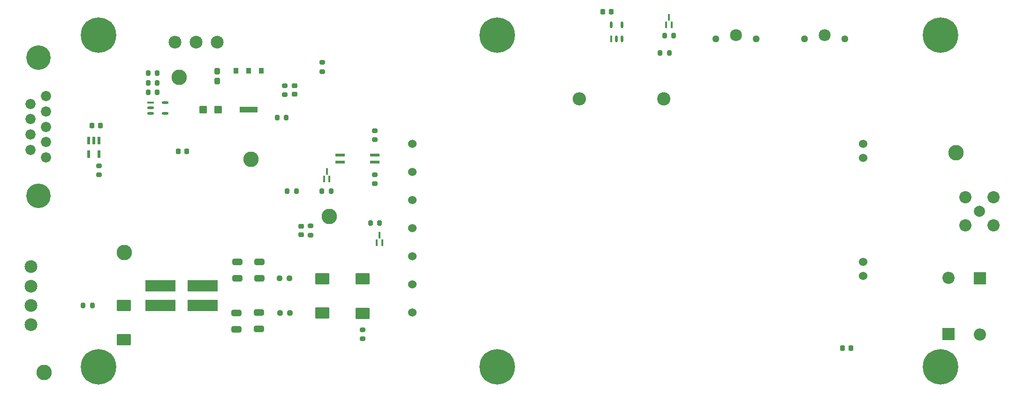
<source format=gbr>
%TF.GenerationSoftware,KiCad,Pcbnew,8.0.6*%
%TF.CreationDate,2025-03-03T14:32:59-05:00*%
%TF.ProjectId,SiPM_Bias_Board,5369504d-5f42-4696-9173-5f426f617264,rev?*%
%TF.SameCoordinates,Original*%
%TF.FileFunction,Soldermask,Top*%
%TF.FilePolarity,Negative*%
%FSLAX46Y46*%
G04 Gerber Fmt 4.6, Leading zero omitted, Abs format (unit mm)*
G04 Created by KiCad (PCBNEW 8.0.6) date 2025-03-03 14:32:59*
%MOMM*%
%LPD*%
G01*
G04 APERTURE LIST*
G04 Aperture macros list*
%AMRoundRect*
0 Rectangle with rounded corners*
0 $1 Rounding radius*
0 $2 $3 $4 $5 $6 $7 $8 $9 X,Y pos of 4 corners*
0 Add a 4 corners polygon primitive as box body*
4,1,4,$2,$3,$4,$5,$6,$7,$8,$9,$2,$3,0*
0 Add four circle primitives for the rounded corners*
1,1,$1+$1,$2,$3*
1,1,$1+$1,$4,$5*
1,1,$1+$1,$6,$7*
1,1,$1+$1,$8,$9*
0 Add four rect primitives between the rounded corners*
20,1,$1+$1,$2,$3,$4,$5,0*
20,1,$1+$1,$4,$5,$6,$7,0*
20,1,$1+$1,$6,$7,$8,$9,0*
20,1,$1+$1,$8,$9,$2,$3,0*%
G04 Aperture macros list end*
%ADD10RoundRect,0.200000X0.200000X0.275000X-0.200000X0.275000X-0.200000X-0.275000X0.200000X-0.275000X0*%
%ADD11RoundRect,0.225000X0.250000X-0.225000X0.250000X0.225000X-0.250000X0.225000X-0.250000X-0.225000X0*%
%ADD12C,6.400000*%
%ADD13RoundRect,0.225000X0.225000X0.250000X-0.225000X0.250000X-0.225000X-0.250000X0.225000X-0.250000X0*%
%ADD14RoundRect,0.225000X-0.225000X-0.250000X0.225000X-0.250000X0.225000X0.250000X-0.225000X0.250000X0*%
%ADD15RoundRect,0.200000X-0.275000X0.200000X-0.275000X-0.200000X0.275000X-0.200000X0.275000X0.200000X0*%
%ADD16RoundRect,0.200000X-0.200000X-0.275000X0.200000X-0.275000X0.200000X0.275000X-0.200000X0.275000X0*%
%ADD17RoundRect,0.250000X-1.025000X0.787500X-1.025000X-0.787500X1.025000X-0.787500X1.025000X0.787500X0*%
%ADD18R,2.200000X2.200000*%
%ADD19O,2.200000X2.200000*%
%ADD20RoundRect,0.200000X0.275000X-0.200000X0.275000X0.200000X-0.275000X0.200000X-0.275000X-0.200000X0*%
%ADD21C,2.800000*%
%ADD22C,2.006600*%
%ADD23C,2.209800*%
%ADD24RoundRect,0.250000X-0.650000X0.325000X-0.650000X-0.325000X0.650000X-0.325000X0.650000X0.325000X0*%
%ADD25RoundRect,0.250000X-0.275000X0.312500X-0.275000X-0.312500X0.275000X-0.312500X0.275000X0.312500X0*%
%ADD26R,0.889000X1.016000*%
%ADD27R,3.200000X1.000000*%
%ADD28C,1.295400*%
%ADD29C,2.159000*%
%ADD30C,1.524000*%
%ADD31RoundRect,0.250000X0.450000X0.425000X-0.450000X0.425000X-0.450000X-0.425000X0.450000X-0.425000X0*%
%ADD32RoundRect,0.020000X2.680000X-0.980000X2.680000X0.980000X-2.680000X0.980000X-2.680000X-0.980000X0*%
%ADD33R,5.400000X2.000000*%
%ADD34C,2.304000*%
%ADD35R,0.350800X1.161200*%
%ADD36RoundRect,0.250000X0.650000X-0.325000X0.650000X0.325000X-0.650000X0.325000X-0.650000X-0.325000X0*%
%ADD37RoundRect,0.237500X-0.250000X-0.237500X0.250000X-0.237500X0.250000X0.237500X-0.250000X0.237500X0*%
%ADD38C,1.839000*%
%ADD39C,4.420000*%
%ADD40R,0.457200X1.219200*%
%ADD41O,0.457200X1.219200*%
%ADD42R,1.219200X0.457200*%
%ADD43O,1.219200X0.457200*%
%ADD44C,2.400000*%
%ADD45O,2.400000X2.400000*%
%ADD46RoundRect,0.225000X-0.250000X0.225000X-0.250000X-0.225000X0.250000X-0.225000X0.250000X0.225000X0*%
%ADD47R,1.651000X0.558800*%
%ADD48R,0.558800X1.473200*%
G04 APERTURE END LIST*
D10*
%TO.C,R25*%
X179355000Y-70860000D03*
X177705000Y-70860000D03*
%TD*%
D11*
%TO.C,C18*%
X112950000Y-103725000D03*
X112950000Y-102175000D03*
%TD*%
D12*
%TO.C,H4*%
X228320000Y-127580000D03*
%TD*%
D13*
%TO.C,C10*%
X212135000Y-124195000D03*
X210585000Y-124195000D03*
%TD*%
D14*
%TO.C,C11*%
X90745000Y-88630000D03*
X92295000Y-88630000D03*
%TD*%
D15*
%TO.C,R6*%
X123990000Y-120845000D03*
X123990000Y-122495000D03*
%TD*%
D16*
%TO.C,R1*%
X110408200Y-95823200D03*
X112058200Y-95823200D03*
%TD*%
D17*
%TO.C,C1*%
X80940000Y-116437500D03*
X80940000Y-122662500D03*
%TD*%
D18*
%TO.C,D1*%
X229775000Y-121655000D03*
D19*
X229775000Y-111495000D03*
%TD*%
D20*
%TO.C,R7*%
X126230000Y-94485000D03*
X126230000Y-92835000D03*
%TD*%
D21*
%TO.C,GND*%
X103820000Y-90060000D03*
%TD*%
D13*
%TO.C,C16*%
X168900000Y-63420000D03*
X167350000Y-63420000D03*
%TD*%
D21*
%TO.C,V_{SET}*%
X90910000Y-75270000D03*
%TD*%
D17*
%TO.C,C3*%
X123980000Y-111675000D03*
X123980000Y-117900000D03*
%TD*%
D12*
%TO.C,H3*%
X148320000Y-127580000D03*
%TD*%
D22*
%TO.C,P_Out*%
X235363000Y-99430000D03*
D23*
X237903000Y-96890000D03*
X232823000Y-96890000D03*
X232823000Y-101970000D03*
X237903000Y-101970000D03*
%TD*%
D15*
%TO.C,R3*%
X116745000Y-72570000D03*
X116745000Y-74220000D03*
%TD*%
D24*
%TO.C,CY2*%
X105270000Y-117775000D03*
X105270000Y-120725000D03*
%TD*%
D12*
%TO.C,H2*%
X76320000Y-127580000D03*
%TD*%
D21*
%TO.C,V_{OUT_RTN}1*%
X231140000Y-88900000D03*
%TD*%
D25*
%TO.C,C14*%
X97720400Y-74129350D03*
X97720400Y-75904350D03*
%TD*%
D16*
%TO.C,R5*%
X125435000Y-101570000D03*
X127085000Y-101570000D03*
%TD*%
D26*
%TO.C,U4*%
X105746800Y-74064350D03*
X103435400Y-74064350D03*
X101124000Y-74064350D03*
D27*
X103435400Y-81056850D03*
%TD*%
D28*
%TO.C,P2*%
X187740000Y-68340000D03*
X195060000Y-68340000D03*
D29*
X191410000Y-67580000D03*
%TD*%
D30*
%TO.C,U1*%
X133020000Y-117780000D03*
X133020000Y-112700000D03*
X133020000Y-107620000D03*
X133020000Y-102540000D03*
X133020000Y-97460000D03*
X133020000Y-92380000D03*
X133020000Y-87300000D03*
X214320000Y-87300000D03*
X214320000Y-89800000D03*
X214320000Y-108600000D03*
X214320000Y-111100000D03*
%TD*%
D16*
%TO.C,R15*%
X85285000Y-76220000D03*
X86935000Y-76220000D03*
%TD*%
D31*
%TO.C,C12*%
X97890000Y-81060000D03*
X95190000Y-81060000D03*
%TD*%
D32*
%TO.C,L1*%
X87540000Y-112940000D03*
X87540000Y-116440000D03*
X95160000Y-116440000D03*
D33*
X95160000Y-112940000D03*
%TD*%
D34*
%TO.C,J2*%
X64110000Y-109480000D03*
X64110000Y-112980000D03*
X64110000Y-116480000D03*
X64110000Y-119980000D03*
%TD*%
D10*
%TO.C,R14*%
X86925000Y-77980000D03*
X85275000Y-77980000D03*
%TD*%
D20*
%TO.C,R11*%
X114610000Y-103750000D03*
X114610000Y-102100000D03*
%TD*%
D21*
%TO.C,V_{EN}*%
X117980000Y-100350000D03*
%TD*%
D12*
%TO.C,H6*%
X228320000Y-67580000D03*
%TD*%
D21*
%TO.C,GND*%
X80970000Y-106880000D03*
%TD*%
D16*
%TO.C,R2*%
X116656600Y-95823200D03*
X118306600Y-95823200D03*
%TD*%
D35*
%TO.C,M2*%
X126580000Y-105110000D03*
X127579998Y-105110000D03*
X127079999Y-103760000D03*
%TD*%
%TO.C,M3*%
X178815001Y-65750000D03*
X179814999Y-65750000D03*
X179315000Y-64400000D03*
%TD*%
D36*
%TO.C,CY3*%
X101370000Y-111590000D03*
X101370000Y-108640000D03*
%TD*%
D15*
%TO.C,R16*%
X109975400Y-76731850D03*
X109975400Y-78381850D03*
%TD*%
D12*
%TO.C,H1*%
X76320000Y-67580000D03*
%TD*%
D36*
%TO.C,CY1*%
X105350000Y-111585000D03*
X105350000Y-108635000D03*
%TD*%
D17*
%TO.C,C2*%
X116700000Y-111637500D03*
X116700000Y-117862500D03*
%TD*%
D37*
%TO.C,L2*%
X108995000Y-111590000D03*
X110820000Y-111590000D03*
%TD*%
D38*
%TO.C,J3*%
X66880000Y-89730000D03*
X66880000Y-86960000D03*
X66880000Y-84190000D03*
X66880000Y-81420000D03*
X66880000Y-78650000D03*
X64040000Y-88345000D03*
X64040000Y-85575000D03*
X64040000Y-82805000D03*
X64040000Y-80035000D03*
D39*
X65460000Y-71690000D03*
X65460000Y-96690000D03*
%TD*%
D40*
%TO.C,U5*%
X168894999Y-68340000D03*
D41*
X169845000Y-68340000D03*
X170795001Y-68340000D03*
X170795001Y-65720000D03*
X168894999Y-65720000D03*
%TD*%
D35*
%TO.C,M1*%
X117032401Y-93617200D03*
X118032399Y-93617200D03*
X117532400Y-92267200D03*
%TD*%
D42*
%TO.C,U7*%
X85720000Y-79819999D03*
D43*
X85720000Y-80770000D03*
X85720000Y-81720001D03*
X88340000Y-81720001D03*
X88340000Y-79819999D03*
%TD*%
D10*
%TO.C,R26*%
X110235000Y-82490000D03*
X108585000Y-82490000D03*
%TD*%
D28*
%TO.C,P1*%
X203740000Y-68340000D03*
X211060000Y-68340000D03*
D29*
X207410000Y-67580000D03*
%TD*%
D13*
%TO.C,C15*%
X76675000Y-83960000D03*
X75125000Y-83960000D03*
%TD*%
D15*
%TO.C,R17*%
X76435200Y-91235000D03*
X76435200Y-92885000D03*
%TD*%
D12*
%TO.C,H5*%
X148320000Y-67580000D03*
%TD*%
D24*
%TO.C,CY4*%
X101210000Y-117805000D03*
X101210000Y-120755000D03*
%TD*%
D10*
%TO.C,R24*%
X180170000Y-67740000D03*
X178520000Y-67740000D03*
%TD*%
D44*
%TO.C,R20*%
X178340000Y-79110000D03*
D45*
X163100000Y-79110000D03*
%TD*%
D37*
%TO.C,L3*%
X109075000Y-117850000D03*
X110900000Y-117850000D03*
%TD*%
D34*
%TO.C,J1*%
X97720400Y-68895600D03*
X93910400Y-68895600D03*
X90100400Y-68895600D03*
%TD*%
D46*
%TO.C,C13*%
X111690400Y-76781850D03*
X111690400Y-78331850D03*
%TD*%
D47*
%TO.C,Q1*%
X119970800Y-89270000D03*
X119970800Y-90540000D03*
X126219200Y-90540000D03*
X126219200Y-89270000D03*
%TD*%
D16*
%TO.C,R10*%
X85275000Y-74510000D03*
X86925000Y-74510000D03*
%TD*%
D48*
%TO.C,U3*%
X76420001Y-86704600D03*
X75470000Y-86704600D03*
X74519999Y-86704600D03*
X74519999Y-89092200D03*
X76420001Y-89092200D03*
%TD*%
D16*
%TO.C,F1*%
X73575000Y-116470000D03*
X75225000Y-116470000D03*
%TD*%
D21*
%TO.C,Chassis*%
X66520000Y-128550000D03*
%TD*%
D15*
%TO.C,R4*%
X126238000Y-84874600D03*
X126238000Y-86524600D03*
%TD*%
D18*
%TO.C,D2*%
X235430000Y-111570000D03*
D19*
X235430000Y-121730000D03*
%TD*%
M02*

</source>
